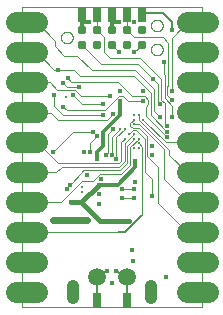
<source format=gbl>
G75*
%MOIN*%
%OFA0B0*%
%FSLAX25Y25*%
%IPPOS*%
%LPD*%
%AMOC8*
5,1,8,0,0,1.08239X$1,22.5*
%
%ADD10C,0.00000*%
%ADD11C,0.07000*%
%ADD12C,0.07000*%
%ADD13C,0.03100*%
%ADD14R,0.02500X0.05000*%
%ADD15C,0.05906*%
%ADD16C,0.04000*%
%ADD17C,0.01476*%
%ADD18C,0.00892*%
%ADD19C,0.01200*%
%ADD20C,0.01600*%
%ADD21C,0.00500*%
%ADD22C,0.00492*%
%ADD23C,0.02400*%
D10*
X0008150Y0096576D02*
X0008150Y0196576D01*
X0068150Y0196576D01*
X0068150Y0096576D01*
X0008150Y0096576D01*
X0051181Y0182576D02*
X0051183Y0182664D01*
X0051189Y0182752D01*
X0051199Y0182840D01*
X0051213Y0182928D01*
X0051230Y0183014D01*
X0051252Y0183100D01*
X0051277Y0183184D01*
X0051307Y0183268D01*
X0051339Y0183350D01*
X0051376Y0183430D01*
X0051416Y0183509D01*
X0051460Y0183586D01*
X0051507Y0183661D01*
X0051557Y0183733D01*
X0051611Y0183804D01*
X0051667Y0183871D01*
X0051727Y0183937D01*
X0051789Y0183999D01*
X0051855Y0184059D01*
X0051922Y0184115D01*
X0051993Y0184169D01*
X0052065Y0184219D01*
X0052140Y0184266D01*
X0052217Y0184310D01*
X0052296Y0184350D01*
X0052376Y0184387D01*
X0052458Y0184419D01*
X0052542Y0184449D01*
X0052626Y0184474D01*
X0052712Y0184496D01*
X0052798Y0184513D01*
X0052886Y0184527D01*
X0052974Y0184537D01*
X0053062Y0184543D01*
X0053150Y0184545D01*
X0053238Y0184543D01*
X0053326Y0184537D01*
X0053414Y0184527D01*
X0053502Y0184513D01*
X0053588Y0184496D01*
X0053674Y0184474D01*
X0053758Y0184449D01*
X0053842Y0184419D01*
X0053924Y0184387D01*
X0054004Y0184350D01*
X0054083Y0184310D01*
X0054160Y0184266D01*
X0054235Y0184219D01*
X0054307Y0184169D01*
X0054378Y0184115D01*
X0054445Y0184059D01*
X0054511Y0183999D01*
X0054573Y0183937D01*
X0054633Y0183871D01*
X0054689Y0183804D01*
X0054743Y0183733D01*
X0054793Y0183661D01*
X0054840Y0183586D01*
X0054884Y0183509D01*
X0054924Y0183430D01*
X0054961Y0183350D01*
X0054993Y0183268D01*
X0055023Y0183184D01*
X0055048Y0183100D01*
X0055070Y0183014D01*
X0055087Y0182928D01*
X0055101Y0182840D01*
X0055111Y0182752D01*
X0055117Y0182664D01*
X0055119Y0182576D01*
X0055117Y0182488D01*
X0055111Y0182400D01*
X0055101Y0182312D01*
X0055087Y0182224D01*
X0055070Y0182138D01*
X0055048Y0182052D01*
X0055023Y0181968D01*
X0054993Y0181884D01*
X0054961Y0181802D01*
X0054924Y0181722D01*
X0054884Y0181643D01*
X0054840Y0181566D01*
X0054793Y0181491D01*
X0054743Y0181419D01*
X0054689Y0181348D01*
X0054633Y0181281D01*
X0054573Y0181215D01*
X0054511Y0181153D01*
X0054445Y0181093D01*
X0054378Y0181037D01*
X0054307Y0180983D01*
X0054235Y0180933D01*
X0054160Y0180886D01*
X0054083Y0180842D01*
X0054004Y0180802D01*
X0053924Y0180765D01*
X0053842Y0180733D01*
X0053758Y0180703D01*
X0053674Y0180678D01*
X0053588Y0180656D01*
X0053502Y0180639D01*
X0053414Y0180625D01*
X0053326Y0180615D01*
X0053238Y0180609D01*
X0053150Y0180607D01*
X0053062Y0180609D01*
X0052974Y0180615D01*
X0052886Y0180625D01*
X0052798Y0180639D01*
X0052712Y0180656D01*
X0052626Y0180678D01*
X0052542Y0180703D01*
X0052458Y0180733D01*
X0052376Y0180765D01*
X0052296Y0180802D01*
X0052217Y0180842D01*
X0052140Y0180886D01*
X0052065Y0180933D01*
X0051993Y0180983D01*
X0051922Y0181037D01*
X0051855Y0181093D01*
X0051789Y0181153D01*
X0051727Y0181215D01*
X0051667Y0181281D01*
X0051611Y0181348D01*
X0051557Y0181419D01*
X0051507Y0181491D01*
X0051460Y0181566D01*
X0051416Y0181643D01*
X0051376Y0181722D01*
X0051339Y0181802D01*
X0051307Y0181884D01*
X0051277Y0181968D01*
X0051252Y0182052D01*
X0051230Y0182138D01*
X0051213Y0182224D01*
X0051199Y0182312D01*
X0051189Y0182400D01*
X0051183Y0182488D01*
X0051181Y0182576D01*
X0051181Y0190576D02*
X0051183Y0190664D01*
X0051189Y0190752D01*
X0051199Y0190840D01*
X0051213Y0190928D01*
X0051230Y0191014D01*
X0051252Y0191100D01*
X0051277Y0191184D01*
X0051307Y0191268D01*
X0051339Y0191350D01*
X0051376Y0191430D01*
X0051416Y0191509D01*
X0051460Y0191586D01*
X0051507Y0191661D01*
X0051557Y0191733D01*
X0051611Y0191804D01*
X0051667Y0191871D01*
X0051727Y0191937D01*
X0051789Y0191999D01*
X0051855Y0192059D01*
X0051922Y0192115D01*
X0051993Y0192169D01*
X0052065Y0192219D01*
X0052140Y0192266D01*
X0052217Y0192310D01*
X0052296Y0192350D01*
X0052376Y0192387D01*
X0052458Y0192419D01*
X0052542Y0192449D01*
X0052626Y0192474D01*
X0052712Y0192496D01*
X0052798Y0192513D01*
X0052886Y0192527D01*
X0052974Y0192537D01*
X0053062Y0192543D01*
X0053150Y0192545D01*
X0053238Y0192543D01*
X0053326Y0192537D01*
X0053414Y0192527D01*
X0053502Y0192513D01*
X0053588Y0192496D01*
X0053674Y0192474D01*
X0053758Y0192449D01*
X0053842Y0192419D01*
X0053924Y0192387D01*
X0054004Y0192350D01*
X0054083Y0192310D01*
X0054160Y0192266D01*
X0054235Y0192219D01*
X0054307Y0192169D01*
X0054378Y0192115D01*
X0054445Y0192059D01*
X0054511Y0191999D01*
X0054573Y0191937D01*
X0054633Y0191871D01*
X0054689Y0191804D01*
X0054743Y0191733D01*
X0054793Y0191661D01*
X0054840Y0191586D01*
X0054884Y0191509D01*
X0054924Y0191430D01*
X0054961Y0191350D01*
X0054993Y0191268D01*
X0055023Y0191184D01*
X0055048Y0191100D01*
X0055070Y0191014D01*
X0055087Y0190928D01*
X0055101Y0190840D01*
X0055111Y0190752D01*
X0055117Y0190664D01*
X0055119Y0190576D01*
X0055117Y0190488D01*
X0055111Y0190400D01*
X0055101Y0190312D01*
X0055087Y0190224D01*
X0055070Y0190138D01*
X0055048Y0190052D01*
X0055023Y0189968D01*
X0054993Y0189884D01*
X0054961Y0189802D01*
X0054924Y0189722D01*
X0054884Y0189643D01*
X0054840Y0189566D01*
X0054793Y0189491D01*
X0054743Y0189419D01*
X0054689Y0189348D01*
X0054633Y0189281D01*
X0054573Y0189215D01*
X0054511Y0189153D01*
X0054445Y0189093D01*
X0054378Y0189037D01*
X0054307Y0188983D01*
X0054235Y0188933D01*
X0054160Y0188886D01*
X0054083Y0188842D01*
X0054004Y0188802D01*
X0053924Y0188765D01*
X0053842Y0188733D01*
X0053758Y0188703D01*
X0053674Y0188678D01*
X0053588Y0188656D01*
X0053502Y0188639D01*
X0053414Y0188625D01*
X0053326Y0188615D01*
X0053238Y0188609D01*
X0053150Y0188607D01*
X0053062Y0188609D01*
X0052974Y0188615D01*
X0052886Y0188625D01*
X0052798Y0188639D01*
X0052712Y0188656D01*
X0052626Y0188678D01*
X0052542Y0188703D01*
X0052458Y0188733D01*
X0052376Y0188765D01*
X0052296Y0188802D01*
X0052217Y0188842D01*
X0052140Y0188886D01*
X0052065Y0188933D01*
X0051993Y0188983D01*
X0051922Y0189037D01*
X0051855Y0189093D01*
X0051789Y0189153D01*
X0051727Y0189215D01*
X0051667Y0189281D01*
X0051611Y0189348D01*
X0051557Y0189419D01*
X0051507Y0189491D01*
X0051460Y0189566D01*
X0051416Y0189643D01*
X0051376Y0189722D01*
X0051339Y0189802D01*
X0051307Y0189884D01*
X0051277Y0189968D01*
X0051252Y0190052D01*
X0051230Y0190138D01*
X0051213Y0190224D01*
X0051199Y0190312D01*
X0051189Y0190400D01*
X0051183Y0190488D01*
X0051181Y0190576D01*
X0021181Y0186576D02*
X0021183Y0186664D01*
X0021189Y0186752D01*
X0021199Y0186840D01*
X0021213Y0186928D01*
X0021230Y0187014D01*
X0021252Y0187100D01*
X0021277Y0187184D01*
X0021307Y0187268D01*
X0021339Y0187350D01*
X0021376Y0187430D01*
X0021416Y0187509D01*
X0021460Y0187586D01*
X0021507Y0187661D01*
X0021557Y0187733D01*
X0021611Y0187804D01*
X0021667Y0187871D01*
X0021727Y0187937D01*
X0021789Y0187999D01*
X0021855Y0188059D01*
X0021922Y0188115D01*
X0021993Y0188169D01*
X0022065Y0188219D01*
X0022140Y0188266D01*
X0022217Y0188310D01*
X0022296Y0188350D01*
X0022376Y0188387D01*
X0022458Y0188419D01*
X0022542Y0188449D01*
X0022626Y0188474D01*
X0022712Y0188496D01*
X0022798Y0188513D01*
X0022886Y0188527D01*
X0022974Y0188537D01*
X0023062Y0188543D01*
X0023150Y0188545D01*
X0023238Y0188543D01*
X0023326Y0188537D01*
X0023414Y0188527D01*
X0023502Y0188513D01*
X0023588Y0188496D01*
X0023674Y0188474D01*
X0023758Y0188449D01*
X0023842Y0188419D01*
X0023924Y0188387D01*
X0024004Y0188350D01*
X0024083Y0188310D01*
X0024160Y0188266D01*
X0024235Y0188219D01*
X0024307Y0188169D01*
X0024378Y0188115D01*
X0024445Y0188059D01*
X0024511Y0187999D01*
X0024573Y0187937D01*
X0024633Y0187871D01*
X0024689Y0187804D01*
X0024743Y0187733D01*
X0024793Y0187661D01*
X0024840Y0187586D01*
X0024884Y0187509D01*
X0024924Y0187430D01*
X0024961Y0187350D01*
X0024993Y0187268D01*
X0025023Y0187184D01*
X0025048Y0187100D01*
X0025070Y0187014D01*
X0025087Y0186928D01*
X0025101Y0186840D01*
X0025111Y0186752D01*
X0025117Y0186664D01*
X0025119Y0186576D01*
X0025117Y0186488D01*
X0025111Y0186400D01*
X0025101Y0186312D01*
X0025087Y0186224D01*
X0025070Y0186138D01*
X0025048Y0186052D01*
X0025023Y0185968D01*
X0024993Y0185884D01*
X0024961Y0185802D01*
X0024924Y0185722D01*
X0024884Y0185643D01*
X0024840Y0185566D01*
X0024793Y0185491D01*
X0024743Y0185419D01*
X0024689Y0185348D01*
X0024633Y0185281D01*
X0024573Y0185215D01*
X0024511Y0185153D01*
X0024445Y0185093D01*
X0024378Y0185037D01*
X0024307Y0184983D01*
X0024235Y0184933D01*
X0024160Y0184886D01*
X0024083Y0184842D01*
X0024004Y0184802D01*
X0023924Y0184765D01*
X0023842Y0184733D01*
X0023758Y0184703D01*
X0023674Y0184678D01*
X0023588Y0184656D01*
X0023502Y0184639D01*
X0023414Y0184625D01*
X0023326Y0184615D01*
X0023238Y0184609D01*
X0023150Y0184607D01*
X0023062Y0184609D01*
X0022974Y0184615D01*
X0022886Y0184625D01*
X0022798Y0184639D01*
X0022712Y0184656D01*
X0022626Y0184678D01*
X0022542Y0184703D01*
X0022458Y0184733D01*
X0022376Y0184765D01*
X0022296Y0184802D01*
X0022217Y0184842D01*
X0022140Y0184886D01*
X0022065Y0184933D01*
X0021993Y0184983D01*
X0021922Y0185037D01*
X0021855Y0185093D01*
X0021789Y0185153D01*
X0021727Y0185215D01*
X0021667Y0185281D01*
X0021611Y0185348D01*
X0021557Y0185419D01*
X0021507Y0185491D01*
X0021460Y0185566D01*
X0021416Y0185643D01*
X0021376Y0185722D01*
X0021339Y0185802D01*
X0021307Y0185884D01*
X0021277Y0185968D01*
X0021252Y0186052D01*
X0021230Y0186138D01*
X0021213Y0186224D01*
X0021199Y0186312D01*
X0021189Y0186400D01*
X0021183Y0186488D01*
X0021181Y0186576D01*
D11*
X0013150Y0191576D02*
X0006150Y0191576D01*
X0006150Y0181576D02*
X0013150Y0181576D01*
X0013150Y0171576D02*
X0006150Y0171576D01*
X0006150Y0161576D02*
X0013150Y0161576D01*
X0013150Y0151576D02*
X0006150Y0151576D01*
X0006150Y0141576D02*
X0013150Y0141576D01*
X0013150Y0131576D02*
X0006150Y0131576D01*
X0006150Y0121576D02*
X0013150Y0121576D01*
X0013150Y0111576D02*
X0006150Y0111576D01*
X0006150Y0101576D02*
X0013150Y0101576D01*
X0063150Y0101576D02*
X0070150Y0101576D01*
X0070150Y0111576D02*
X0063150Y0111576D01*
X0063150Y0121576D02*
X0070150Y0121576D01*
X0070150Y0131576D02*
X0063150Y0131576D01*
X0063150Y0141576D02*
X0070150Y0141576D01*
X0070150Y0151576D02*
X0063150Y0151576D01*
X0063150Y0161576D02*
X0070150Y0161576D01*
X0070150Y0171576D02*
X0063150Y0171576D01*
X0063150Y0181576D02*
X0070150Y0181576D01*
X0070150Y0191576D02*
X0063150Y0191576D01*
D12*
X0068150Y0191576D03*
X0068150Y0181576D03*
X0068150Y0171576D03*
X0068150Y0161576D03*
X0068150Y0151576D03*
X0068150Y0141576D03*
X0068150Y0131576D03*
X0068150Y0121576D03*
X0068150Y0111576D03*
X0068150Y0101576D03*
X0008150Y0101576D03*
X0008150Y0111576D03*
X0008150Y0121576D03*
X0008150Y0131576D03*
X0008150Y0141576D03*
X0008150Y0151576D03*
X0008150Y0161576D03*
X0008150Y0171576D03*
X0008150Y0181576D03*
X0008150Y0191576D03*
D13*
X0028150Y0189076D03*
X0033150Y0189076D03*
X0038150Y0189076D03*
X0043150Y0189076D03*
X0048150Y0189076D03*
X0048150Y0184076D03*
X0043150Y0184076D03*
X0038150Y0184076D03*
X0033150Y0184076D03*
X0028150Y0184076D03*
D14*
X0028150Y0194076D03*
X0033150Y0194076D03*
X0038150Y0194076D03*
X0043150Y0194076D03*
X0048150Y0194076D03*
X0043150Y0099076D03*
X0033150Y0099076D03*
D15*
X0033150Y0106576D03*
X0043150Y0106576D03*
D16*
X0051142Y0103576D02*
X0051142Y0099576D01*
X0025158Y0099576D02*
X0025158Y0103576D01*
D17*
X0036650Y0108576D03*
X0039650Y0108576D03*
X0038150Y0104725D03*
X0045158Y0111930D03*
X0044764Y0115867D03*
X0043977Y0125316D03*
X0033741Y0131221D03*
X0033741Y0134371D03*
X0033741Y0137521D03*
X0034528Y0139489D03*
X0029804Y0140670D03*
X0024292Y0137521D03*
X0023111Y0135946D03*
X0024685Y0131615D03*
X0029804Y0125710D03*
X0018386Y0125710D03*
X0041615Y0133190D03*
X0041615Y0135946D03*
X0045552Y0135946D03*
X0045945Y0138308D03*
X0045552Y0133190D03*
X0051457Y0133584D03*
X0045945Y0145395D03*
X0051457Y0147363D03*
X0051457Y0150513D03*
X0056575Y0153269D03*
X0056575Y0155237D03*
X0056575Y0157206D03*
X0058150Y0159962D03*
X0054213Y0159962D03*
X0054213Y0164292D03*
X0048701Y0165473D03*
X0048701Y0168623D03*
X0051743Y0172668D03*
X0055394Y0178466D03*
X0045650Y0181576D03*
X0040650Y0181576D03*
X0040650Y0191576D03*
X0045650Y0191576D03*
X0058150Y0189076D03*
X0030650Y0191576D03*
X0020355Y0175710D03*
X0023504Y0172954D03*
X0021930Y0171379D03*
X0027048Y0170198D03*
X0025079Y0167442D03*
X0018780Y0167442D03*
X0021930Y0163505D03*
X0031772Y0155237D03*
X0033347Y0153662D03*
X0038465Y0156025D03*
X0038465Y0161143D03*
X0035315Y0160749D03*
X0035315Y0164292D03*
X0037678Y0167048D03*
X0040827Y0165473D03*
X0040827Y0168623D03*
X0058150Y0168623D03*
X0058150Y0165867D03*
X0030985Y0148544D03*
X0029016Y0148544D03*
X0033347Y0146182D03*
X0036103Y0147363D03*
X0038071Y0147363D03*
X0039646Y0146182D03*
X0018386Y0148544D03*
X0056181Y0106812D03*
D18*
X0028229Y0135158D03*
X0028229Y0136733D03*
X0045552Y0149725D03*
X0047126Y0149725D03*
X0047126Y0151300D03*
X0047126Y0152875D03*
X0045552Y0152875D03*
X0045552Y0154450D03*
X0043977Y0154450D03*
X0042402Y0156025D03*
X0040827Y0156025D03*
X0042402Y0152875D03*
X0045552Y0157599D03*
X0045552Y0159174D03*
X0045552Y0160749D03*
X0047126Y0160749D03*
X0048701Y0159174D03*
X0022717Y0166655D03*
D19*
X0035315Y0155237D02*
X0035315Y0150513D01*
X0033347Y0148544D01*
X0033347Y0146182D01*
X0040040Y0137521D02*
X0045945Y0143426D01*
X0045945Y0145395D01*
X0040040Y0137521D02*
X0033741Y0137521D01*
X0035315Y0155237D02*
X0040827Y0160749D01*
X0040827Y0165473D01*
X0038150Y0189076D02*
X0038150Y0191576D01*
X0040650Y0191576D01*
X0038150Y0191576D02*
X0038150Y0194076D01*
X0030650Y0191576D02*
X0028150Y0191576D01*
X0028150Y0189076D01*
X0028150Y0191576D02*
X0028150Y0194076D01*
D20*
X0033741Y0137521D02*
X0027835Y0131615D01*
X0034134Y0125316D01*
X0043977Y0125316D01*
X0027835Y0131615D02*
X0024685Y0131615D01*
D21*
X0040040Y0121576D02*
X0042599Y0121576D01*
X0048307Y0127284D01*
X0039650Y0108576D02*
X0043150Y0106576D01*
X0043150Y0099076D01*
X0033150Y0099076D02*
X0033150Y0106576D01*
X0036650Y0108576D01*
X0058150Y0189076D02*
X0058150Y0191576D01*
X0055119Y0194607D01*
X0048681Y0194607D01*
X0048150Y0194076D01*
D22*
X0043150Y0194076D02*
X0043150Y0189076D01*
X0045650Y0186576D01*
X0055158Y0186576D01*
X0056969Y0184765D01*
X0056969Y0170592D01*
X0056575Y0170198D01*
X0056575Y0167442D01*
X0058150Y0165867D01*
X0058150Y0163899D02*
X0055788Y0166261D01*
X0055788Y0174135D01*
X0055394Y0174529D01*
X0055394Y0178466D01*
X0049650Y0177576D02*
X0054607Y0172619D01*
X0054607Y0165867D01*
X0055788Y0164686D01*
X0055788Y0157993D01*
X0056575Y0157206D01*
X0056575Y0155237D02*
X0051063Y0160749D01*
X0051063Y0168229D01*
X0045552Y0173741D01*
X0027441Y0173741D01*
X0025473Y0175710D01*
X0020355Y0175710D01*
X0019016Y0175710D01*
X0013150Y0181576D01*
X0019174Y0183584D02*
X0022323Y0180434D01*
X0026654Y0180434D01*
X0031378Y0175710D01*
X0045945Y0175710D01*
X0052244Y0169410D01*
X0052244Y0161930D01*
X0054213Y0159962D01*
X0049489Y0160355D02*
X0049489Y0163505D01*
X0050276Y0164292D01*
X0050276Y0165867D01*
X0049095Y0167048D01*
X0044764Y0167048D01*
X0040040Y0171773D01*
X0024685Y0171773D01*
X0023504Y0172954D01*
X0021930Y0171379D02*
X0023111Y0170198D01*
X0027048Y0170198D01*
X0025867Y0169017D02*
X0019961Y0169017D01*
X0017402Y0171576D01*
X0013150Y0171576D01*
X0018780Y0167442D02*
X0018780Y0163899D01*
X0021930Y0160749D01*
X0035315Y0160749D01*
X0035709Y0162324D02*
X0023111Y0162324D01*
X0021930Y0163505D01*
X0017993Y0161536D02*
X0020355Y0159174D01*
X0036496Y0159174D01*
X0038465Y0161143D01*
X0035709Y0162324D02*
X0040433Y0167048D01*
X0042008Y0167048D01*
X0043583Y0165473D01*
X0048701Y0165473D01*
X0053426Y0165080D02*
X0054213Y0164292D01*
X0053426Y0165080D02*
X0053426Y0170985D01*
X0051743Y0172668D01*
X0046733Y0177678D01*
X0034548Y0177678D01*
X0028150Y0184076D01*
X0033150Y0189076D02*
X0035650Y0186576D01*
X0035650Y0181576D01*
X0037579Y0179647D01*
X0047520Y0179647D01*
X0049591Y0177576D01*
X0049650Y0177576D01*
X0045650Y0181576D02*
X0048150Y0184076D01*
X0040650Y0181576D02*
X0038150Y0184076D01*
X0033150Y0189076D02*
X0033150Y0194076D01*
X0019174Y0185552D02*
X0019174Y0183584D01*
X0019174Y0185552D02*
X0013150Y0191576D01*
X0025867Y0169017D02*
X0027835Y0167048D01*
X0037678Y0167048D01*
X0035315Y0164292D02*
X0028229Y0164292D01*
X0025079Y0167442D01*
X0017993Y0161536D02*
X0013189Y0161536D01*
X0013150Y0161576D01*
X0025079Y0155237D02*
X0031772Y0155237D01*
X0033347Y0153662D02*
X0030985Y0151300D01*
X0030985Y0148544D01*
X0036103Y0147363D02*
X0036890Y0148151D01*
X0036890Y0154450D01*
X0038465Y0156025D01*
X0040827Y0156025D02*
X0038071Y0153269D01*
X0038071Y0147363D01*
X0039646Y0146182D02*
X0039646Y0153269D01*
X0042402Y0156025D01*
X0043977Y0154450D02*
X0045158Y0155631D01*
X0046339Y0155631D01*
X0049095Y0152875D01*
X0049095Y0141851D01*
X0051457Y0139489D01*
X0051457Y0133584D01*
X0053426Y0131300D02*
X0063150Y0121576D01*
X0063150Y0131576D02*
X0055394Y0139332D01*
X0055394Y0149332D01*
X0047126Y0157599D01*
X0045552Y0157599D01*
X0045158Y0156418D02*
X0044370Y0157206D01*
X0044370Y0157993D01*
X0045552Y0159174D01*
X0047126Y0159174D02*
X0057363Y0148938D01*
X0057363Y0147363D01*
X0063150Y0141576D01*
X0053426Y0143426D02*
X0053426Y0131300D01*
X0048307Y0127284D02*
X0048307Y0150119D01*
X0047126Y0151300D01*
X0047126Y0152875D02*
X0044370Y0150119D01*
X0044370Y0144214D01*
X0041221Y0141064D01*
X0034134Y0141064D01*
X0031772Y0138702D01*
X0028229Y0138702D01*
X0021103Y0131576D01*
X0013150Y0131576D01*
X0024292Y0137521D02*
X0028229Y0141851D01*
X0028622Y0142245D01*
X0040827Y0142245D01*
X0043189Y0144607D01*
X0043189Y0150513D01*
X0045552Y0152875D01*
X0045552Y0154450D02*
X0042402Y0151300D01*
X0042402Y0145395D01*
X0040433Y0143426D01*
X0021536Y0143426D01*
X0019685Y0141576D01*
X0013150Y0141576D01*
X0020119Y0144607D02*
X0013150Y0151576D01*
X0018386Y0148544D02*
X0025079Y0155237D01*
X0020119Y0144607D02*
X0040433Y0144607D01*
X0041221Y0145395D01*
X0041221Y0151694D01*
X0042402Y0152875D01*
X0045158Y0156418D02*
X0047126Y0156418D01*
X0049882Y0153662D01*
X0049882Y0146970D01*
X0053426Y0143426D01*
X0045552Y0135946D02*
X0041615Y0135946D01*
X0041615Y0133190D02*
X0045552Y0133190D01*
X0042008Y0121576D02*
X0040040Y0121576D01*
X0013150Y0121576D01*
X0048701Y0159174D02*
X0056300Y0151576D01*
X0063150Y0151576D01*
X0056575Y0153269D02*
X0049489Y0160355D01*
X0047126Y0160749D02*
X0047126Y0159174D01*
X0058150Y0159962D02*
X0058150Y0163899D01*
X0058150Y0168623D02*
X0058150Y0186340D01*
X0058426Y0186851D01*
X0063150Y0191576D01*
D23*
X0029804Y0125710D02*
X0018386Y0125710D01*
M02*

</source>
